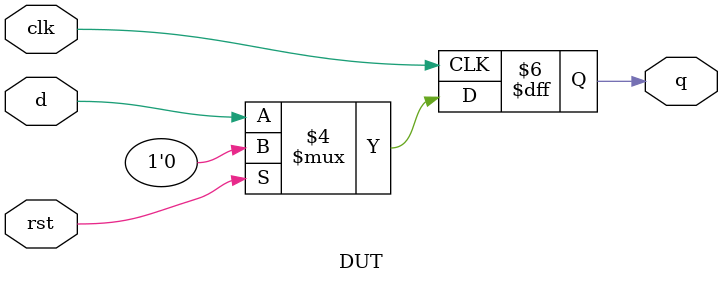
<source format=v>

module DUT (d,rst,clk,q);

//port declaration
input d,rst,clk;
output reg q;

//implementation
always @(posedge clk)
  begin
  if(rst==1'b1)
    q <= 1'b0;
  else
    q <= d;
  end
endmodule

</source>
